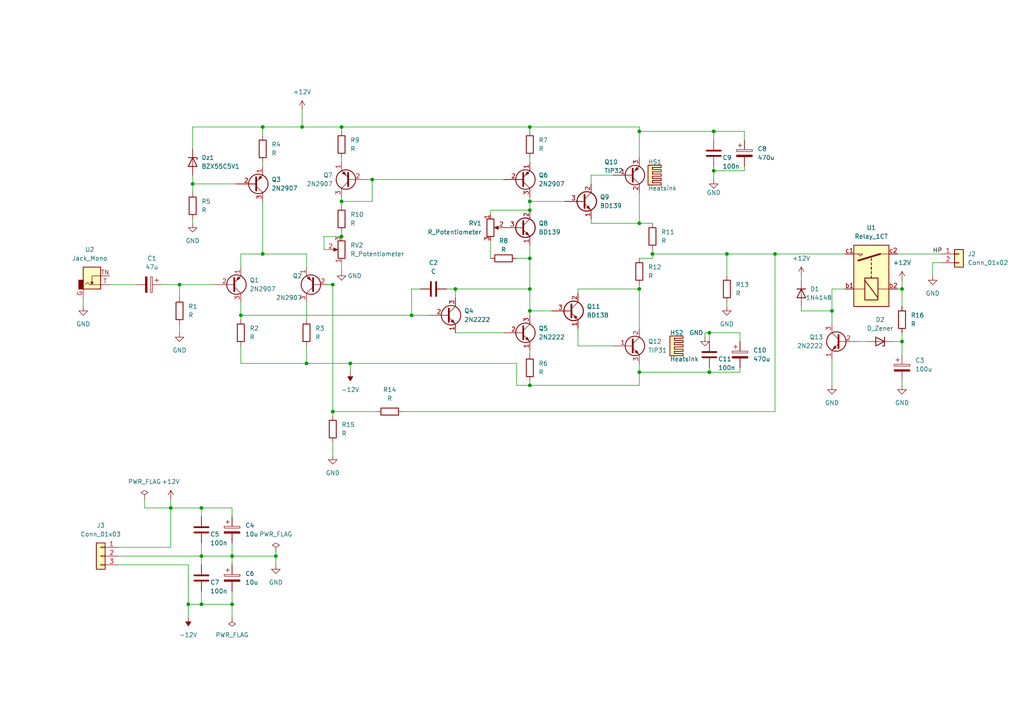
<source format=kicad_sch>
(kicad_sch (version 20211123) (generator eeschema)
  (paper "A4")
  (lib_symbols
    (symbol "CmpAmpliAudioTR:Jack_Mono" (pin_names (offset 1.016))
      (property "Reference" "U" (at 1.27 5.08 0))
      (property "Value" "Jack_Mono" (at 1.27 -8.89 0))
      (symbol "Jack_Mono_0_1"
        (polyline (pts (xy 2.54 0) (xy 0 0) (xy 0 -2.54)))
        (polyline (pts (xy 0 -2.413) (xy 0.381 -1.778) (xy -0.381 -1.778) (xy 0 -2.413)) (fill (type outline)))
        (polyline (pts (xy 2.54 -2.54) (xy -0.635 -2.54) (xy -1.27 -1.905) (xy -1.905 -2.54)))
      )
      (symbol "Jack_Mono_1_1"
        (rectangle (start -2.54 -3.81) (end -3.81 -1.27) (stroke (width 0.254)) (fill (type outline)))
        (rectangle (start 2.54 2.54) (end -2.54 -3.81) (stroke (width 0.254)) (fill (type background)))
        (pin passive line (at -2.54 -6.35 90) (length 2.54) (name "~") (number "G"))
        (pin passive line (at 5.08 -2.54 180) (length 2.54) (name "~") (number "T"))
        (pin passive line (at 5.08 0 180) (length 2.54) (name "~") (number "TN"))
      )
    )
    (symbol "CmpAmpliAudioTR:Relay_1CT" (pin_names (offset 1.016))
      (property "Reference" "U" (at -2.54 10.16 0))
      (property "Value" "Relay_1CT" (at 0 -11.43 0))
      (symbol "Relay_1CT_1_0"
        (polyline (pts (xy 5.08 3.81) (xy 5.08 5.08)))
        (polyline (pts (xy 5.08 3.81) (xy 5.08 2.54) (xy 4.445 3.175) (xy 5.08 3.81)))
      )
      (symbol "Relay_1CT_1_1"
        (rectangle (start -10.16 5.08) (end 7.62 -5.08) (stroke (width 0.254)) (fill (type background)))
        (rectangle (start -8.255 1.905) (end -1.905 -1.905) (stroke (width 0.254)))
        (polyline (pts (xy -7.62 -1.905) (xy -2.54 1.905)) (stroke (width 0.254)))
        (polyline (pts (xy -5.08 -5.08) (xy -5.08 -1.905)))
        (polyline (pts (xy -5.08 5.08) (xy -5.08 1.905)))
        (polyline (pts (xy -1.905 0) (xy -1.27 0)) (stroke (width 0.254)))
        (polyline (pts (xy -0.635 0) (xy 0 0)) (stroke (width 0.254)))
        (polyline (pts (xy 0.635 0) (xy 1.27 0)) (stroke (width 0.254)))
        (polyline (pts (xy 0.635 0) (xy 1.27 0)) (stroke (width 0.254)))
        (polyline (pts (xy 1.905 0) (xy 2.54 0)) (stroke (width 0.254)))
        (polyline (pts (xy 3.175 0) (xy 3.81 0)) (stroke (width 0.254)))
        (polyline (pts (xy 5.08 -2.54) (xy 3.175 3.81)) (stroke (width 0.508)))
        (polyline (pts (xy 5.08 -2.54) (xy 5.08 -5.08)))
        (pin passive line (at -5.08 7.62 270) (length 2.54) (name "~") (number "b1"))
        (pin passive line (at -5.08 -7.62 90) (length 2.54) (name "~") (number "b2"))
        (pin passive line (at 5.08 7.62 270) (length 2.54) (name "~") (number "c1"))
        (pin passive line (at 5.08 -7.62 90) (length 2.54) (name "~") (number "c2"))
      )
    )
    (symbol "Connector_Generic:Conn_01x02" (pin_names (offset 1.016) hide)
      (property "Reference" "J" (at 0 2.54 0))
      (property "Value" "Conn_01x02" (at 0 -5.08 0))
      (symbol "Conn_01x02_1_1"
        (rectangle (start -1.27 -2.413) (end 0 -2.667) (stroke (width 0.1524)))
        (rectangle (start -1.27 0.127) (end 0 -0.127) (stroke (width 0.1524)))
        (rectangle (start -1.27 1.27) (end 1.27 -3.81) (stroke (width 0.254)) (fill (type background)))
        (pin passive line (at -5.08 0 0) (length 3.81) (name "Pin_1") (number "1"))
        (pin passive line (at -5.08 -2.54 0) (length 3.81) (name "Pin_2") (number "2"))
      )
    )
    (symbol "Connector_Generic:Conn_01x03" (pin_names (offset 1.016) hide)
      (property "Reference" "J" (at 0 5.08 0))
      (property "Value" "Conn_01x03" (at 0 -5.08 0))
      (symbol "Conn_01x03_1_1"
        (rectangle (start -1.27 -2.413) (end 0 -2.667) (stroke (width 0.1524)))
        (rectangle (start -1.27 0.127) (end 0 -0.127) (stroke (width 0.1524)))
        (rectangle (start -1.27 2.667) (end 0 2.413) (stroke (width 0.1524)))
        (rectangle (start -1.27 3.81) (end 1.27 -3.81) (stroke (width 0.254)) (fill (type background)))
        (pin passive line (at -5.08 2.54 0) (length 3.81) (name "Pin_1") (number "1"))
        (pin passive line (at -5.08 0 0) (length 3.81) (name "Pin_2") (number "2"))
        (pin passive line (at -5.08 -2.54 0) (length 3.81) (name "Pin_3") (number "3"))
      )
    )
    (symbol "Device:C" (pin_numbers hide) (pin_names (offset 0.254))
      (property "Reference" "C" (at 0.635 2.54 0))
      (property "Value" "C" (at 0.635 -2.54 0))
      (symbol "C_0_1"
        (polyline (pts (xy -2.032 -0.762) (xy 2.032 -0.762)) (stroke (width 0.508)))
        (polyline (pts (xy -2.032 0.762) (xy 2.032 0.762)) (stroke (width 0.508)))
      )
      (symbol "C_1_1"
        (pin passive line (at 0 3.81 270) (length 2.794) (name "~") (number "1"))
        (pin passive line (at 0 -3.81 90) (length 2.794) (name "~") (number "2"))
      )
    )
    (symbol "Device:C_Polarized" (pin_numbers hide) (pin_names (offset 0.254))
      (property "Reference" "C" (at 0.635 2.54 0))
      (property "Value" "C_Polarized" (at 0.635 -2.54 0))
      (symbol "C_Polarized_0_1"
        (rectangle (start -2.286 0.508) (end 2.286 1.016))
        (polyline (pts (xy -1.778 2.286) (xy -0.762 2.286)))
        (polyline (pts (xy -1.27 2.794) (xy -1.27 1.778)))
        (rectangle (start 2.286 -0.508) (end -2.286 -1.016) (fill (type outline)))
      )
      (symbol "C_Polarized_1_1"
        (pin passive line (at 0 3.81 270) (length 2.794) (name "~") (number "1"))
        (pin passive line (at 0 -3.81 90) (length 2.794) (name "~") (number "2"))
      )
    )
    (symbol "Device:D_Zener" (pin_numbers hide) (pin_names (offset 1.016) hide)
      (property "Reference" "D" (at 0 2.54 0))
      (property "Value" "D_Zener" (at 0 -2.54 0))
      (symbol "D_Zener_0_1"
        (polyline (pts (xy 1.27 0) (xy -1.27 0)))
        (polyline (pts (xy -1.27 -1.27) (xy -1.27 1.27) (xy -0.762 1.27)) (stroke (width 0.254)))
        (polyline (pts (xy 1.27 -1.27) (xy 1.27 1.27) (xy -1.27 0) (xy 1.27 -1.27)) (stroke (width 0.254)))
      )
      (symbol "D_Zener_1_1"
        (pin passive line (at -3.81 0 0) (length 2.54) (name "K") (number "1"))
        (pin passive line (at 3.81 0 180) (length 2.54) (name "A") (number "2"))
      )
    )
    (symbol "Device:R" (pin_numbers hide) (pin_names (offset 0))
      (property "Reference" "R" (at 2.032 0 90))
      (property "Value" "R" (at 0 0 90))
      (symbol "R_0_1"
        (rectangle (start -1.016 -2.54) (end 1.016 2.54) (stroke (width 0.254)))
      )
      (symbol "R_1_1"
        (pin passive line (at 0 3.81 270) (length 1.27) (name "~") (number "1"))
        (pin passive line (at 0 -3.81 90) (length 1.27) (name "~") (number "2"))
      )
    )
    (symbol "Device:R_Potentiometer" (pin_names (offset 1.016) hide)
      (property "Reference" "RV" (at -4.445 0 90))
      (property "Value" "R_Potentiometer" (at -2.54 0 90))
      (symbol "R_Potentiometer_0_1"
        (polyline (pts (xy 2.54 0) (xy 1.524 0)))
        (polyline (pts (xy 1.143 0) (xy 2.286 0.508) (xy 2.286 -0.508) (xy 1.143 0)) (fill (type outline)))
        (rectangle (start 1.016 2.54) (end -1.016 -2.54) (stroke (width 0.254)))
      )
      (symbol "R_Potentiometer_1_1"
        (pin passive line (at 0 3.81 270) (length 1.27) (name "1") (number "1"))
        (pin passive line (at 3.81 0 180) (length 1.27) (name "2") (number "2"))
        (pin passive line (at 0 -3.81 90) (length 1.27) (name "3") (number "3"))
      )
    )
    (symbol "Diode:1N4148" (pin_numbers hide) (pin_names (offset 1.016) hide)
      (property "Reference" "D" (at 0 2.54 0))
      (property "Value" "1N4148" (at 0 -2.54 0))
      (symbol "1N4148_0_1"
        (polyline (pts (xy -1.27 1.27) (xy -1.27 -1.27)) (stroke (width 0.254)))
        (polyline (pts (xy 1.27 0) (xy -1.27 0)))
        (polyline (pts (xy 1.27 1.27) (xy 1.27 -1.27) (xy -1.27 0) (xy 1.27 1.27)) (stroke (width 0.254)))
      )
      (symbol "1N4148_1_1"
        (pin passive line (at -3.81 0 0) (length 2.54) (name "K") (number "1"))
        (pin passive line (at 3.81 0 180) (length 2.54) (name "A") (number "2"))
      )
    )
    (symbol "Mechanical:Heatsink" (pin_names (offset 1.016))
      (property "Reference" "HS" (at 0 5.08 0))
      (property "Value" "Heatsink" (at 0 -1.27 0))
      (symbol "Heatsink_0_1"
        (polyline (pts (xy -0.3302 1.27) (xy -0.9652 1.27) (xy -0.9652 3.81) (xy -1.6002 3.81) (xy -1.6002 1.27) (xy -2.2352 1.27) (xy -2.2352 3.81) (xy -2.8702 3.81) (xy -2.8702 0) (xy -0.9652 0)) (stroke (width 0.254)) (fill (type background)))
        (polyline (pts (xy -0.3302 1.27) (xy -0.3302 3.81) (xy 0.3048 3.81) (xy 0.3048 1.27) (xy 0.9398 1.27) (xy 0.9398 3.81) (xy 1.5748 3.81) (xy 1.5748 1.27) (xy 2.2098 1.27) (xy 2.2098 3.81) (xy 2.8448 3.81) (xy 2.8448 0) (xy -0.9652 0)) (stroke (width 0.254)) (fill (type background)))
      )
    )
    (symbol "Transistor_BJT:2N3904" (pin_names (offset 0) hide)
      (property "Reference" "Q" (at 5.08 1.905 0))
      (property "Value" "2N3904" (at 5.08 0 0))
      (symbol "2N3904_0_1"
        (polyline (pts (xy 0.635 0.635) (xy 2.54 2.54)))
        (polyline (pts (xy 0.635 -0.635) (xy 2.54 -2.54) (xy 2.54 -2.54)))
        (polyline (pts (xy 0.635 1.905) (xy 0.635 -1.905) (xy 0.635 -1.905)) (stroke (width 0.508)))
        (polyline (pts (xy 1.27 -1.778) (xy 1.778 -1.27) (xy 2.286 -2.286) (xy 1.27 -1.778) (xy 1.27 -1.778)) (fill (type outline)))
        (circle (center 1.27 0) (radius 2.8194) (stroke (width 0.254)))
      )
      (symbol "2N3904_1_1"
        (pin passive line (at 2.54 -5.08 90) (length 2.54) (name "E") (number "1"))
        (pin passive line (at -5.08 0 0) (length 5.715) (name "B") (number "2"))
        (pin passive line (at 2.54 5.08 270) (length 2.54) (name "C") (number "3"))
      )
    )
    (symbol "Transistor_BJT:2N3906" (pin_names (offset 0) hide)
      (property "Reference" "Q" (at 5.08 1.905 0))
      (property "Value" "2N3906" (at 5.08 0 0))
      (symbol "2N3906_0_1"
        (polyline (pts (xy 0.635 0.635) (xy 2.54 2.54)))
        (polyline (pts (xy 0.635 -0.635) (xy 2.54 -2.54) (xy 2.54 -2.54)))
        (polyline (pts (xy 0.635 1.905) (xy 0.635 -1.905) (xy 0.635 -1.905)) (stroke (width 0.508)))
        (polyline (pts (xy 2.286 -1.778) (xy 1.778 -2.286) (xy 1.27 -1.27) (xy 2.286 -1.778) (xy 2.286 -1.778)) (fill (type outline)))
        (circle (center 1.27 0) (radius 2.8194) (stroke (width 0.254)))
      )
      (symbol "2N3906_1_1"
        (pin passive line (at 2.54 -5.08 90) (length 2.54) (name "E") (number "1"))
        (pin input line (at -5.08 0 0) (length 5.715) (name "B") (number "2"))
        (pin passive line (at 2.54 5.08 270) (length 2.54) (name "C") (number "3"))
      )
    )
    (symbol "Transistor_BJT:BD138" (pin_names (offset 0) hide)
      (property "Reference" "Q" (at 5.08 1.905 0))
      (property "Value" "BD138" (at 5.08 0 0))
      (symbol "BD138_0_1"
        (polyline (pts (xy 0 0) (xy 0.635 0)))
        (polyline (pts (xy 2.54 -2.54) (xy 0.635 -0.635)))
        (polyline (pts (xy 2.54 2.54) (xy 0.635 0.635)))
        (polyline (pts (xy 0.635 1.905) (xy 0.635 -1.905) (xy 0.635 -1.905)) (stroke (width 0.508)) (fill (type outline)))
        (polyline (pts (xy 1.778 -2.286) (xy 2.286 -1.778) (xy 1.27 -1.27) (xy 1.778 -2.286) (xy 1.778 -2.286)) (fill (type outline)))
        (circle (center 1.27 0) (radius 2.8194) (stroke (width 0.3048)))
      )
      (symbol "BD138_1_1"
        (pin passive line (at 2.54 -5.08 90) (length 2.54) (name "E") (number "1"))
        (pin passive line (at 2.54 5.08 270) (length 2.54) (name "C") (number "2"))
        (pin input line (at -5.08 0 0) (length 5.08) (name "B") (number "3"))
      )
    )
    (symbol "Transistor_BJT:BD139" (pin_names (offset 0) hide)
      (property "Reference" "Q" (at 5.08 1.905 0))
      (property "Value" "BD139" (at 5.08 0 0))
      (symbol "BD139_0_1"
        (polyline (pts (xy 0 0) (xy 0.635 0)))
        (polyline (pts (xy 2.54 -2.54) (xy 0.635 -0.635)))
        (polyline (pts (xy 2.54 2.54) (xy 0.635 0.635)))
        (polyline (pts (xy 0.635 1.905) (xy 0.635 -1.905) (xy 0.635 -1.905)) (stroke (width 0.508)) (fill (type outline)))
        (polyline (pts (xy 1.2446 -1.778) (xy 1.7526 -1.27) (xy 2.286 -2.286) (xy 1.2446 -1.778) (xy 1.2446 -1.778)) (fill (type outline)))
        (circle (center 1.27 0) (radius 2.8194) (stroke (width 0.3048)))
      )
      (symbol "BD139_1_1"
        (pin passive line (at 2.54 -5.08 90) (length 2.54) (name "E") (number "1"))
        (pin passive line (at 2.54 5.08 270) (length 2.54) (name "C") (number "2"))
        (pin input line (at -5.08 0 0) (length 5.08) (name "B") (number "3"))
      )
    )
    (symbol "Transistor_BJT:TIP41" (pin_names (offset 0) hide)
      (property "Reference" "Q" (at 6.35 1.905 0))
      (property "Value" "TIP41" (at 6.35 0 0))
      (symbol "TIP41_0_1"
        (polyline (pts (xy 0.635 0.635) (xy 2.54 2.54)))
        (polyline (pts (xy 0.635 -0.635) (xy 2.54 -2.54) (xy 2.54 -2.54)))
        (polyline (pts (xy 0.635 1.905) (xy 0.635 -1.905) (xy 0.635 -1.905)) (stroke (width 0.508)))
        (polyline (pts (xy 1.27 -1.778) (xy 1.778 -1.27) (xy 2.286 -2.286) (xy 1.27 -1.778) (xy 1.27 -1.778)) (fill (type outline)))
        (circle (center 1.27 0) (radius 2.8194) (stroke (width 0.254)))
      )
      (symbol "TIP41_1_1"
        (pin input line (at -5.08 0 0) (length 5.715) (name "B") (number "1"))
        (pin passive line (at 2.54 5.08 270) (length 2.54) (name "C") (number "2"))
        (pin passive line (at 2.54 -5.08 90) (length 2.54) (name "E") (number "3"))
      )
    )
    (symbol "Transistor_BJT:TIP42" (pin_names (offset 0) hide)
      (property "Reference" "Q" (at 6.35 1.905 0))
      (property "Value" "TIP42" (at 6.35 0 0))
      (symbol "TIP42_0_1"
        (polyline (pts (xy 0.635 0.635) (xy 2.54 2.54)))
        (polyline (pts (xy 0.635 -0.635) (xy 2.54 -2.54) (xy 2.54 -2.54)))
        (polyline (pts (xy 0.635 1.905) (xy 0.635 -1.905) (xy 0.635 -1.905)) (stroke (width 0.508)))
        (polyline (pts (xy 2.286 -1.778) (xy 1.778 -2.286) (xy 1.27 -1.27) (xy 2.286 -1.778) (xy 2.286 -1.778)) (fill (type outline)))
        (circle (center 1.27 0) (radius 2.8194) (stroke (width 0.254)))
      )
      (symbol "TIP42_1_1"
        (pin input line (at -5.08 0 0) (length 5.715) (name "B") (number "1"))
        (pin passive line (at 2.54 5.08 270) (length 2.54) (name "C") (number "2"))
        (pin passive line (at 2.54 -5.08 90) (length 2.54) (name "E") (number "3"))
      )
    )
    (symbol "power:+12V" (power) (pin_names (offset 0))
      (property "Value" "+12V" (at 0 3.556 0))
      (symbol "+12V_0_1"
        (polyline (pts (xy -0.762 1.27) (xy 0 2.54)))
        (polyline (pts (xy 0 0) (xy 0 2.54)))
        (polyline (pts (xy 0 2.54) (xy 0.762 1.27)))
      )
      (symbol "+12V_1_1"
        (pin power_in line (at 0 0 90) (length 0) hide (name "+12V") (number "1"))
      )
    )
    (symbol "power:-12V" (power) (pin_names (offset 0))
      (property "Value" "-12V" (at 0 3.81 0))
      (symbol "-12V_0_0"
        (pin power_in line (at 0 0 90) (length 0) hide (name "-12V") (number "1"))
      )
      (symbol "-12V_0_1"
        (polyline (pts (xy 0 0) (xy 0 1.27) (xy 0.762 1.27) (xy 0 2.54) (xy -0.762 1.27) (xy 0 1.27)) (fill (type outline)))
      )
    )
    (symbol "power:GND" (power) (pin_names (offset 0))
      (property "Value" "GND" (at 0 -3.81 0))
      (symbol "GND_0_1"
        (polyline (pts (xy 0 0) (xy 0 -1.27) (xy 1.27 -1.27) (xy 0 -2.54) (xy -1.27 -1.27) (xy 0 -1.27)))
      )
      (symbol "GND_1_1"
        (pin power_in line (at 0 0 270) (length 0) hide (name "GND") (number "1"))
      )
    )
    (symbol "power:PWR_FLAG" (power) (pin_numbers hide) (pin_names (offset 0) hide)
      (property "Value" "PWR_FLAG" (at 0 3.81 0))
      (symbol "PWR_FLAG_0_0"
        (pin power_out line (at 0 0 90) (length 0) (name "pwr") (number "1"))
      )
      (symbol "PWR_FLAG_0_1"
        (polyline (pts (xy 0 0) (xy 0 1.27) (xy -1.016 1.905) (xy 0 2.54) (xy 1.016 1.905) (xy 0 1.27)))
      )
    )
  )
  (junction (at 101.6 105.41))
  (junction (at 88.9 105.41))
  (junction (at 207.01 49.53))
  (junction (at 96.52 82.55))
  (junction (at 189.23 73.66))
  (junction (at 80.01 161.29))
  (junction (at 54.61 175.26))
  (junction (at 261.62 99.06))
  (junction (at 153.67 90.17))
  (junction (at 58.42 175.26))
  (junction (at 185.42 83.82))
  (junction (at 153.67 83.82))
  (junction (at 153.67 60.96))
  (junction (at 205.74 107.95))
  (junction (at 153.67 58.42))
  (junction (at 67.31 161.29))
  (junction (at 185.42 107.95))
  (junction (at 69.85 91.44))
  (junction (at 185.42 38.1))
  (junction (at 76.2 73.66))
  (junction (at 55.88 53.34))
  (junction (at 261.62 83.82))
  (junction (at 96.52 119.38))
  (junction (at 185.42 64.77))
  (junction (at 99.06 36.83))
  (junction (at 76.2 36.83))
  (junction (at 207.01 38.1))
  (junction (at 132.08 83.82))
  (junction (at 58.42 161.29))
  (junction (at 205.74 96.52))
  (junction (at 107.95 52.07))
  (junction (at 67.31 175.26))
  (junction (at 119.38 91.44))
  (junction (at 52.07 82.55))
  (junction (at 99.06 68.58))
  (junction (at 99.06 58.42))
  (junction (at 210.82 73.66))
  (junction (at 153.67 111.76))
  (junction (at 153.67 74.93))
  (junction (at 49.53 147.32))
  (junction (at 241.3 90.17))
  (junction (at 58.42 147.32))
  (junction (at 224.79 73.66))
  (junction (at 87.63 36.83))
  (junction (at 153.67 36.83))
  (wire (pts (xy 232.41 80.01) (xy 232.41 81.28)))
  (wire (pts (xy 210.82 87.63) (xy 210.82 88.9)))
  (wire (pts (xy 261.62 110.49) (xy 261.62 111.76)))
  (wire (pts (xy 80.01 161.29) (xy 80.01 160.02)))
  (wire (pts (xy 49.53 147.32) (xy 49.53 158.75)))
  (wire (pts (xy 205.74 107.95) (xy 185.42 107.95)))
  (wire (pts (xy 261.62 81.28) (xy 261.62 83.82)))
  (wire (pts (xy 207.01 49.53) (xy 207.01 52.07)))
  (wire (pts (xy 207.01 49.53) (xy 215.9 49.53)))
  (wire (pts (xy 69.85 105.41) (xy 88.9 105.41)))
  (wire (pts (xy 55.88 63.5) (xy 55.88 64.77)))
  (wire (pts (xy 177.8 50.8) (xy 171.45 50.8)))
  (wire (pts (xy 54.61 175.26) (xy 58.42 175.26)))
  (wire (pts (xy 106.68 52.07) (xy 107.95 52.07)))
  (wire (pts (xy 58.42 161.29) (xy 58.42 163.83)))
  (wire (pts (xy 129.54 83.82) (xy 132.08 83.82)))
  (wire (pts (xy 251.46 99.06) (xy 248.92 99.06)))
  (wire (pts (xy 207.01 38.1) (xy 207.01 40.64)))
  (wire (pts (xy 67.31 147.32) (xy 58.42 147.32)))
  (wire (pts (xy 76.2 46.99) (xy 76.2 48.26)))
  (wire (pts (xy 185.42 83.82) (xy 185.42 95.25)))
  (wire (pts (xy 167.64 100.33) (xy 177.8 100.33)))
  (wire (pts (xy 241.3 104.14) (xy 241.3 111.76)))
  (wire (pts (xy 109.22 119.38) (xy 96.52 119.38)))
  (wire (pts (xy 214.63 99.06) (xy 214.63 96.52)))
  (wire (pts (xy 119.38 83.82) (xy 119.38 91.44)))
  (wire (pts (xy 224.79 73.66) (xy 224.79 119.38)))
  (wire (pts (xy 153.67 38.1) (xy 153.67 36.83)))
  (wire (pts (xy 224.79 73.66) (xy 210.82 73.66)))
  (wire (pts (xy 58.42 147.32) (xy 58.42 149.86)))
  (wire (pts (xy 204.47 96.52) (xy 205.74 96.52)))
  (wire (pts (xy 55.88 36.83) (xy 55.88 43.18)))
  (wire (pts (xy 215.9 40.64) (xy 215.9 38.1)))
  (wire (pts (xy 167.64 100.33) (xy 167.64 95.25)))
  (wire (pts (xy 153.67 101.6) (xy 153.67 102.87)))
  (wire (pts (xy 99.06 45.72) (xy 99.06 46.99)))
  (wire (pts (xy 185.42 64.77) (xy 189.23 64.77)))
  (wire (pts (xy 62.23 82.55) (xy 52.07 82.55)))
  (wire (pts (xy 58.42 157.48) (xy 58.42 161.29)))
  (wire (pts (xy 69.85 87.63) (xy 69.85 91.44)))
  (wire (pts (xy 67.31 179.07) (xy 67.31 175.26)))
  (wire (pts (xy 261.62 102.87) (xy 261.62 99.06)))
  (wire (pts (xy 93.98 82.55) (xy 96.52 82.55)))
  (wire (pts (xy 171.45 50.8) (xy 171.45 53.34)))
  (wire (pts (xy 261.62 83.82) (xy 260.35 83.82)))
  (wire (pts (xy 153.67 74.93) (xy 153.67 83.82)))
  (wire (pts (xy 207.01 48.26) (xy 207.01 49.53)))
  (wire (pts (xy 55.88 50.8) (xy 55.88 53.34)))
  (wire (pts (xy 88.9 105.41) (xy 88.9 100.33)))
  (wire (pts (xy 96.52 82.55) (xy 96.52 119.38)))
  (wire (pts (xy 261.62 99.06) (xy 259.08 99.06)))
  (wire (pts (xy 67.31 171.45) (xy 67.31 175.26)))
  (wire (pts (xy 153.67 110.49) (xy 153.67 111.76)))
  (wire (pts (xy 171.45 64.77) (xy 185.42 64.77)))
  (wire (pts (xy 52.07 86.36) (xy 52.07 82.55)))
  (wire (pts (xy 121.92 83.82) (xy 119.38 83.82)))
  (wire (pts (xy 101.6 105.41) (xy 88.9 105.41)))
  (wire (pts (xy 49.53 158.75) (xy 34.29 158.75)))
  (wire (pts (xy 69.85 91.44) (xy 69.85 92.71)))
  (wire (pts (xy 99.06 78.74) (xy 99.06 76.2)))
  (wire (pts (xy 215.9 38.1) (xy 207.01 38.1)))
  (wire (pts (xy 58.42 175.26) (xy 58.42 171.45)))
  (wire (pts (xy 270.51 76.2) (xy 270.51 80.01)))
  (wire (pts (xy 96.52 119.38) (xy 96.52 120.65)))
  (wire (pts (xy 185.42 55.88) (xy 185.42 64.77)))
  (wire (pts (xy 204.47 97.79) (xy 204.47 96.52)))
  (wire (pts (xy 149.86 105.41) (xy 101.6 105.41)))
  (wire (pts (xy 55.88 36.83) (xy 76.2 36.83)))
  (wire (pts (xy 41.91 147.32) (xy 41.91 144.78)))
  (wire (pts (xy 185.42 107.95) (xy 185.42 111.76)))
  (wire (pts (xy 210.82 73.66) (xy 210.82 80.01)))
  (wire (pts (xy 261.62 88.9) (xy 261.62 83.82)))
  (wire (pts (xy 93.98 72.39) (xy 93.98 68.58)))
  (wire (pts (xy 132.08 96.52) (xy 146.05 96.52)))
  (wire (pts (xy 76.2 73.66) (xy 69.85 73.66)))
  (wire (pts (xy 142.24 69.85) (xy 142.24 74.93)))
  (wire (pts (xy 205.74 106.68) (xy 205.74 107.95)))
  (wire (pts (xy 160.02 90.17) (xy 153.67 90.17)))
  (wire (pts (xy 67.31 157.48) (xy 67.31 161.29)))
  (wire (pts (xy 241.3 83.82) (xy 245.11 83.82)))
  (wire (pts (xy 39.37 82.55) (xy 31.75 82.55)))
  (wire (pts (xy 52.07 82.55) (xy 46.99 82.55)))
  (wire (pts (xy 185.42 38.1) (xy 185.42 45.72)))
  (wire (pts (xy 153.67 57.15) (xy 153.67 58.42)))
  (wire (pts (xy 67.31 161.29) (xy 58.42 161.29)))
  (wire (pts (xy 80.01 161.29) (xy 67.31 161.29)))
  (wire (pts (xy 107.95 58.42) (xy 99.06 58.42)))
  (wire (pts (xy 171.45 63.5) (xy 171.45 64.77)))
  (wire (pts (xy 88.9 87.63) (xy 88.9 92.71)))
  (wire (pts (xy 185.42 82.55) (xy 185.42 83.82)))
  (wire (pts (xy 153.67 71.12) (xy 153.67 74.93)))
  (wire (pts (xy 153.67 45.72) (xy 153.67 46.99)))
  (wire (pts (xy 149.86 74.93) (xy 153.67 74.93)))
  (wire (pts (xy 69.85 100.33) (xy 69.85 105.41)))
  (wire (pts (xy 185.42 36.83) (xy 153.67 36.83)))
  (wire (pts (xy 167.64 85.09) (xy 167.64 83.82)))
  (wire (pts (xy 34.29 161.29) (xy 58.42 161.29)))
  (wire (pts (xy 107.95 52.07) (xy 146.05 52.07)))
  (wire (pts (xy 58.42 147.32) (xy 49.53 147.32)))
  (wire (pts (xy 214.63 107.95) (xy 214.63 106.68)))
  (wire (pts (xy 215.9 49.53) (xy 215.9 48.26)))
  (wire (pts (xy 214.63 96.52) (xy 205.74 96.52)))
  (wire (pts (xy 87.63 31.75) (xy 87.63 36.83)))
  (wire (pts (xy 185.42 74.93) (xy 189.23 74.93)))
  (wire (pts (xy 245.11 73.66) (xy 224.79 73.66)))
  (wire (pts (xy 153.67 58.42) (xy 153.67 60.96)))
  (wire (pts (xy 107.95 52.07) (xy 107.95 58.42)))
  (wire (pts (xy 99.06 36.83) (xy 153.67 36.83)))
  (wire (pts (xy 69.85 73.66) (xy 69.85 77.47)))
  (wire (pts (xy 232.41 90.17) (xy 232.41 88.9)))
  (wire (pts (xy 185.42 105.41) (xy 185.42 107.95)))
  (wire (pts (xy 149.86 105.41) (xy 149.86 111.76)))
  (wire (pts (xy 101.6 107.95) (xy 101.6 105.41)))
  (wire (pts (xy 76.2 58.42) (xy 76.2 73.66)))
  (wire (pts (xy 153.67 83.82) (xy 132.08 83.82)))
  (wire (pts (xy 241.3 90.17) (xy 232.41 90.17)))
  (wire (pts (xy 153.67 83.82) (xy 153.67 90.17)))
  (wire (pts (xy 34.29 163.83) (xy 54.61 163.83)))
  (wire (pts (xy 153.67 90.17) (xy 153.67 91.44)))
  (wire (pts (xy 205.74 107.95) (xy 214.63 107.95)))
  (wire (pts (xy 76.2 73.66) (xy 88.9 73.66)))
  (wire (pts (xy 87.63 36.83) (xy 99.06 36.83)))
  (wire (pts (xy 99.06 58.42) (xy 99.06 57.15)))
  (wire (pts (xy 93.98 68.58) (xy 99.06 68.58)))
  (wire (pts (xy 241.3 93.98) (xy 241.3 90.17)))
  (wire (pts (xy 185.42 38.1) (xy 185.42 36.83)))
  (wire (pts (xy 99.06 67.31) (xy 99.06 68.58)))
  (wire (pts (xy 68.58 53.34) (xy 55.88 53.34)))
  (wire (pts (xy 153.67 111.76) (xy 149.86 111.76)))
  (wire (pts (xy 80.01 163.83) (xy 80.01 161.29)))
  (wire (pts (xy 132.08 83.82) (xy 132.08 86.36)))
  (wire (pts (xy 95.25 72.39) (xy 93.98 72.39)))
  (wire (pts (xy 189.23 73.66) (xy 210.82 73.66)))
  (wire (pts (xy 49.53 147.32) (xy 41.91 147.32)))
  (wire (pts (xy 189.23 74.93) (xy 189.23 73.66)))
  (wire (pts (xy 142.24 62.23) (xy 142.24 60.96)))
  (wire (pts (xy 241.3 83.82) (xy 241.3 90.17)))
  (wire (pts (xy 167.64 83.82) (xy 185.42 83.82)))
  (wire (pts (xy 67.31 175.26) (xy 58.42 175.26)))
  (wire (pts (xy 54.61 163.83) (xy 54.61 175.26)))
  (wire (pts (xy 24.13 86.36) (xy 24.13 88.9)))
  (wire (pts (xy 99.06 38.1) (xy 99.06 36.83)))
  (wire (pts (xy 189.23 72.39) (xy 189.23 73.66)))
  (wire (pts (xy 261.62 96.52) (xy 261.62 99.06)))
  (wire (pts (xy 88.9 73.66) (xy 88.9 77.47)))
  (wire (pts (xy 99.06 59.69) (xy 99.06 58.42)))
  (wire (pts (xy 142.24 60.96) (xy 153.67 60.96)))
  (wire (pts (xy 273.05 76.2) (xy 270.51 76.2)))
  (wire (pts (xy 116.84 119.38) (xy 224.79 119.38)))
  (wire (pts (xy 207.01 38.1) (xy 185.42 38.1)))
  (wire (pts (xy 55.88 53.34) (xy 55.88 55.88)))
  (wire (pts (xy 67.31 163.83) (xy 67.31 161.29)))
  (wire (pts (xy 163.83 58.42) (xy 153.67 58.42)))
  (wire (pts (xy 119.38 91.44) (xy 69.85 91.44)))
  (wire (pts (xy 76.2 36.83) (xy 76.2 39.37)))
  (wire (pts (xy 205.74 96.52) (xy 205.74 99.06)))
  (wire (pts (xy 153.67 111.76) (xy 185.42 111.76)))
  (wire (pts (xy 54.61 179.07) (xy 54.61 175.26)))
  (wire (pts (xy 49.53 147.32) (xy 49.53 144.78)))
  (wire (pts (xy 96.52 128.27) (xy 96.52 132.08)))
  (wire (pts (xy 76.2 36.83) (xy 87.63 36.83)))
  (wire (pts (xy 124.46 91.44) (xy 119.38 91.44)))
  (wire (pts (xy 67.31 149.86) (xy 67.31 147.32)))
  (wire (pts (xy 273.05 73.66) (xy 260.35 73.66)))
  (wire (pts (xy 52.07 96.52) (xy 52.07 93.98)))
  (label "HP" (at 270.51 73.66 0))
  (symbol (lib_id "power:GND") (at 80.01 163.83 0) (unit 1)
    (property "Reference" "#PWR0117" (effects hide))
    (property "Value" "GND" (at 80.01 168.91 0))
  )
  (symbol (lib_id "Transistor_BJT:2N3906") (at 91.44 82.55 180) (unit 1)
    (property "Reference" "Q2" (at 87.63 80.01 0) (effects (justify left)))
    (property "Value" "2N2907" (at 87.63 86.36 0) (effects (justify left)))
    (property "Footprint" "Package_TO_SOT_THT:TO-18-3" (effects hide))
    (property "Datasheet" "https://www.onsemi.com/pub/Collateral/2N3906-D.PDF" (effects hide))
  )
  (symbol (lib_id "Device:C") (at 58.42 167.64 0) (unit 1)
    (property "Reference" "C7" (at 60.96 168.91 0) (effects (justify left)))
    (property "Value" "100n" (at 60.96 171.45 0) (effects (justify left)))
    (property "Footprint" "Capacitor_THT:C_Rect_L7.2mm_W3.5mm_P5.00mm_FKS2_FKP2_MKS2_MKP2" (effects hide))
  )
  (symbol (lib_id "Device:C_Polarized") (at 215.9 44.45 0) (unit 1)
    (property "Reference" "C8" (at 219.71 43.18 0) (effects (justify left)))
    (property "Value" "470u" (at 219.71 45.72 0) (effects (justify left)))
    (property "Footprint" "Capacitor_THT:CP_Radial_D12.5mm_P5.00mm" (effects hide))
  )
  (symbol (lib_id "power:GND") (at 210.82 88.9 0) (unit 1)
    (property "Reference" "#PWR0104" (effects hide))
    (property "Value" "GND" (at 210.82 93.98 0))
  )
  (symbol (lib_id "Device:R") (at 96.52 124.46 0) (unit 1)
    (property "Reference" "R15" (at 99.06 123.1899 0) (effects (justify left)))
    (property "Value" "R" (at 99.06 125.7299 0) (effects (justify left)))
    (property "Footprint" "Resistor_THT:R_Axial_DIN0207_L6.3mm_D2.5mm_P10.16mm_Horizontal" (effects hide))
  )
  (symbol (lib_id "power:GND") (at 270.51 80.01 0) (unit 1)
    (property "Reference" "#PWR0108" (effects hide))
    (property "Value" "GND" (at 270.51 85.09 0))
  )
  (symbol (lib_id "Device:R") (at 153.67 106.68 0) (unit 1)
    (property "Reference" "R6" (at 156.21 105.4099 0) (effects (justify left)))
    (property "Value" "R" (at 156.21 107.9499 0) (effects (justify left)))
    (property "Footprint" "Resistor_THT:R_Axial_DIN0207_L6.3mm_D2.5mm_P10.16mm_Horizontal" (effects hide))
  )
  (symbol (lib_id "Device:R_Potentiometer") (at 142.24 66.04 0) (unit 1)
    (property "Reference" "RV1" (at 139.7 64.7699 0) (effects (justify right)))
    (property "Value" "R_Potentiometer" (at 139.7 67.3099 0) (effects (justify right)))
    (property "Footprint" "Potentiometer_THT:Potentiometer_Bourns_3296W_Vertical" (effects hide))
  )
  (symbol (lib_id "Device:C_Polarized") (at 67.31 167.64 0) (unit 1)
    (property "Reference" "C6" (at 71.12 166.37 0) (effects (justify left)))
    (property "Value" "10u" (at 71.12 168.91 0) (effects (justify left)))
    (property "Footprint" "Capacitor_THT:CP_Radial_D8.0mm_P5.00mm" (effects hide))
  )
  (symbol (lib_id "Device:C_Polarized") (at 214.63 102.87 0) (unit 1)
    (property "Reference" "C10" (at 218.44 101.6 0) (effects (justify left)))
    (property "Value" "470u" (at 218.44 104.14 0) (effects (justify left)))
    (property "Footprint" "Capacitor_THT:CP_Radial_D12.5mm_P5.00mm" (effects hide))
  )
  (symbol (lib_id "power:GND") (at 207.01 52.07 0) (unit 1)
    (property "Reference" "#PWR0101" (effects hide))
    (property "Value" "GND" (at 207.01 55.88 0))
  )
  (symbol (lib_id "Connector_Generic:Conn_01x03") (at 29.21 161.29 0) (mirror y) (unit 1)
    (property "Reference" "J3" (at 29.21 152.4 0))
    (property "Value" "Conn_01x03" (at 29.21 154.94 0))
    (property "Footprint" "Connector_Phoenix_MSTB:PhoenixContact_MSTBVA_2,5_3-G-5,08_1x03_P5.08mm_Vertical" (effects hide))
  )
  (symbol (lib_id "Device:R") (at 210.82 83.82 0) (unit 1)
    (property "Reference" "R13" (at 213.36 82.5499 0) (effects (justify left)))
    (property "Value" "R" (at 213.36 85.0899 0) (effects (justify left)))
    (property "Footprint" "Resistor_THT:R_Axial_DIN0207_L6.3mm_D2.5mm_P10.16mm_Horizontal" (effects hide))
  )
  (symbol (lib_id "Mechanical:Heatsink") (at 187.96 50.8 270) (unit 1)
    (property "Reference" "HS1" (at 187.96 46.99 90) (effects (justify left)))
    (property "Value" "Heatsink" (at 187.96 54.61 90) (effects (justify left)))
    (property "Footprint" "Heatsink:Heatsink_Fischer_SK104-STC-STIC_35x13mm_2xDrill2.5mm" (effects hide))
  )
  (symbol (lib_id "Transistor_BJT:TIP42") (at 182.88 50.8 0) (mirror x) (unit 1)
    (property "Reference" "Q10" (at 175.26 46.99 0) (effects (justify left)))
    (property "Value" "TIP32" (at 175.26 49.53 0) (effects (justify left)))
    (property "Footprint" "Package_TO_SOT_THT:TO-220-3_Vertical" (effects hide))
    (property "Datasheet" "https://www.centralsemi.com/get_document.php?cmp=1&mergetype=pd&mergepath=pd&pdf_id=TIP42.PDF" (effects hide))
  )
  (symbol (lib_id "power:+12V") (at 232.41 80.01 0) (unit 1)
    (property "Reference" "#PWR0105" (effects hide))
    (property "Value" "+12V" (at 232.41 74.93 0))
  )
  (symbol (lib_id "Device:R") (at 185.42 78.74 0) (unit 1)
    (property "Reference" "R12" (at 187.96 77.4699 0) (effects (justify left)))
    (property "Value" "R" (at 187.96 80.0099 0) (effects (justify left)))
    (property "Footprint" "R_Axial_DIN0516_L15.5mm_D5.0mm_P20.32mm_Horizontal" (effects hide))
  )
  (symbol (lib_id "power:GND") (at 55.88 64.77 0) (unit 1)
    (property "Reference" "#PWR0102" (effects hide))
    (property "Value" "GND" (at 55.88 69.85 0))
  )
  (symbol (lib_id "Device:R") (at 99.06 41.91 0) (unit 1)
    (property "Reference" "R9" (at 101.6 40.6399 0) (effects (justify left)))
    (property "Value" "R" (at 101.6 43.1799 0) (effects (justify left)))
    (property "Footprint" "Resistor_THT:R_Axial_DIN0207_L6.3mm_D2.5mm_P10.16mm_Horizontal" (effects hide))
  )
  (symbol (lib_id "power:+12V") (at 261.62 81.28 0) (unit 1)
    (property "Reference" "#PWR0109" (effects hide))
    (property "Value" "+12V" (at 261.62 76.2 0))
  )
  (symbol (lib_id "Device:D_Zener") (at 255.27 99.06 180) (unit 1)
    (property "Reference" "D2" (at 255.27 92.71 0))
    (property "Value" "D_Zener" (at 255.27 95.25 0))
    (property "Footprint" "Diode_THT:D_DO-35_SOD27_P10.16mm_Horizontal" (effects hide))
  )
  (symbol (lib_id "power:PWR_FLAG") (at 41.91 144.78 0) (unit 1)
    (property "Reference" "#FLG0103" (effects hide))
    (property "Value" "PWR_FLAG" (at 41.91 139.7 0))
  )
  (symbol (lib_id "Device:R_Potentiometer") (at 99.06 72.39 180) (unit 1)
    (property "Reference" "RV2" (at 101.6 71.1199 0) (effects (justify right)))
    (property "Value" "R_Potentiometer" (at 101.6 73.6599 0) (effects (justify right)))
    (property "Footprint" "Potentiometer_THT:Potentiometer_Bourns_3296W_Vertical" (effects hide))
  )
  (symbol (lib_id "Transistor_BJT:2N3906") (at 101.6 52.07 180) (unit 1)
    (property "Reference" "Q7" (at 96.52 50.7999 0) (effects (justify left)))
    (property "Value" "2N2907" (at 96.52 53.3399 0) (effects (justify left)))
    (property "Footprint" "Package_TO_SOT_THT:TO-18-3" (effects hide))
    (property "Datasheet" "https://www.onsemi.com/pub/Collateral/2N3906-D.PDF" (effects hide))
  )
  (symbol (lib_id "Diode:1N4148") (at 232.41 85.09 270) (unit 1)
    (property "Reference" "D1" (at 234.95 83.8199 90) (effects (justify left)))
    (property "Value" "1N4148" (at 233.68 86.3599 90) (effects (justify left)))
    (property "Footprint" "Diode_THT:D_DO-35_SOD27_P7.62mm_Horizontal" (effects hide))
    (property "Datasheet" "https://assets.nexperia.com/documents/data-sheet/1N4148_1N4448.pdf" (effects hide))
  )
  (symbol (lib_id "Transistor_BJT:2N3904") (at 129.54 91.44 0) (unit 1)
    (property "Reference" "Q4" (at 134.62 90.1699 0) (effects (justify left)))
    (property "Value" "2N2222" (at 134.62 92.7099 0) (effects (justify left)))
    (property "Footprint" "Package_TO_SOT_THT:TO-18-3" (effects hide))
    (property "Datasheet" "https://www.onsemi.com/pub/Collateral/2N3903-D.PDF" (effects hide))
  )
  (symbol (lib_id "Transistor_BJT:BD139") (at 151.13 66.04 0) (unit 1)
    (property "Reference" "Q8" (at 156.21 64.7699 0) (effects (justify left)))
    (property "Value" "BD139" (at 156.21 67.3099 0) (effects (justify left)))
    (property "Footprint" "Package_TO_SOT_THT:TO-126-3_Vertical" (effects hide))
    (property "Datasheet" "http://www.st.com/internet/com/TECHNICAL_RESOURCES/TECHNICAL_LITERATURE/DATASHEET/CD00001225.pdf" (effects hide))
  )
  (symbol (lib_id "power:-12V") (at 54.61 179.07 0) (mirror x) (unit 1)
    (property "Reference" "#PWR0116" (effects hide))
    (property "Value" "-12V" (at 54.61 184.15 0))
  )
  (symbol (lib_id "Transistor_BJT:2N3904") (at 243.84 99.06 0) (mirror y) (unit 1)
    (property "Reference" "Q13" (at 238.76 97.7899 0) (effects (justify left)))
    (property "Value" "2N2222" (at 238.76 100.3299 0) (effects (justify left)))
    (property "Footprint" "Package_TO_SOT_THT:TO-18-3" (effects hide))
    (property "Datasheet" "https://www.onsemi.com/pub/Collateral/2N3903-D.PDF" (effects hide))
  )
  (symbol (lib_id "Device:R") (at 153.67 41.91 0) (unit 1)
    (property "Reference" "R7" (at 156.21 40.6399 0) (effects (justify left)))
    (property "Value" "R" (at 156.21 43.1799 0) (effects (justify left)))
    (property "Footprint" "Resistor_THT:R_Axial_DIN0207_L6.3mm_D2.5mm_P10.16mm_Horizontal" (effects hide))
  )
  (symbol (lib_id "Mechanical:Heatsink") (at 194.31 100.33 270) (unit 1)
    (property "Reference" "HS2" (at 194.31 96.52 90) (effects (justify left)))
    (property "Value" "Heatsink" (at 194.31 104.14 90) (effects (justify left)))
    (property "Footprint" "Heatsink:Heatsink_Fischer_SK104-STC-STIC_35x13mm_2xDrill2.5mm" (effects hide))
  )
  (symbol (lib_id "Device:R") (at 88.9 96.52 0) (unit 1)
    (property "Reference" "R3" (at 91.44 95.2499 0) (effects (justify left)))
    (property "Value" "R" (at 91.44 97.7899 0) (effects (justify left)))
    (property "Footprint" "Resistor_THT:R_Axial_DIN0207_L6.3mm_D2.5mm_P10.16mm_Horizontal" (effects hide))
  )
  (symbol (lib_id "Device:C") (at 58.42 153.67 0) (unit 1)
    (property "Reference" "C5" (at 60.96 154.94 0) (effects (justify left)))
    (property "Value" "100n" (at 60.96 157.48 0) (effects (justify left)))
    (property "Footprint" "Capacitor_THT:C_Rect_L7.2mm_W3.5mm_P5.00mm_FKS2_FKP2_MKS2_MKP2" (effects hide))
  )
  (symbol (lib_id "Device:C_Polarized") (at 67.31 153.67 0) (unit 1)
    (property "Reference" "C4" (at 71.12 152.4 0) (effects (justify left)))
    (property "Value" "10u" (at 71.12 154.94 0) (effects (justify left)))
    (property "Footprint" "Capacitor_THT:CP_Radial_D8.0mm_P5.00mm" (effects hide))
  )
  (symbol (lib_id "Device:C_Polarized") (at 261.62 106.68 0) (unit 1)
    (property "Reference" "C3" (at 265.43 104.5209 0) (effects (justify left)))
    (property "Value" "100u" (at 265.43 107.0609 0) (effects (justify left)))
    (property "Footprint" "Capacitor_THT:CP_Radial_D12.5mm_P5.00mm" (effects hide))
  )
  (symbol (lib_id "Transistor_BJT:2N3906") (at 67.31 82.55 0) (mirror x) (unit 1)
    (property "Reference" "Q1" (at 72.39 81.2799 0) (effects (justify left)))
    (property "Value" "2N2907" (at 72.39 83.8199 0) (effects (justify left)))
    (property "Footprint" "Package_TO_SOT_THT:TO-18-3" (effects hide))
    (property "Datasheet" "https://www.onsemi.com/pub/Collateral/2N3906-D.PDF" (effects hide))
  )
  (symbol (lib_id "power:PWR_FLAG") (at 80.01 160.02 0) (unit 1)
    (property "Reference" "#FLG0102" (effects hide))
    (property "Value" "PWR_FLAG" (at 80.01 154.94 0))
  )
  (symbol (lib_id "power:+12V") (at 87.63 31.75 0) (unit 1)
    (property "Reference" "#PWR0115" (effects hide))
    (property "Value" "+12V" (at 87.63 26.67 0))
  )
  (symbol (lib_id "power:+12V") (at 49.53 144.78 0) (unit 1)
    (property "Reference" "#PWR0118" (effects hide))
    (property "Value" "+12V" (at 49.53 139.7 0))
  )
  (symbol (lib_id "Device:R") (at 55.88 59.69 0) (unit 1)
    (property "Reference" "R5" (at 58.42 58.4199 0) (effects (justify left)))
    (property "Value" "R" (at 58.42 60.9599 0) (effects (justify left)))
    (property "Footprint" "Resistor_THT:R_Axial_DIN0207_L6.3mm_D2.5mm_P10.16mm_Horizontal" (effects hide))
  )
  (symbol (lib_id "power:GND") (at 24.13 88.9 0) (unit 1)
    (property "Reference" "#PWR0111" (effects hide))
    (property "Value" "GND" (at 24.13 93.98 0))
  )
  (symbol (lib_id "Transistor_BJT:2N3906") (at 151.13 52.07 0) (mirror x) (unit 1)
    (property "Reference" "Q6" (at 156.21 50.7999 0) (effects (justify left)))
    (property "Value" "2N2907" (at 156.21 53.3399 0) (effects (justify left)))
    (property "Footprint" "Package_TO_SOT_THT:TO-18-3" (effects hide))
    (property "Datasheet" "https://www.onsemi.com/pub/Collateral/2N3906-D.PDF" (effects hide))
  )
  (symbol (lib_id "Device:R") (at 261.62 92.71 0) (unit 1)
    (property "Reference" "R16" (at 264.16 91.4399 0) (effects (justify left)))
    (property "Value" "R" (at 264.16 93.9799 0) (effects (justify left)))
    (property "Footprint" "Resistor_THT:R_Axial_DIN0207_L6.3mm_D2.5mm_P10.16mm_Horizontal" (effects hide))
  )
  (symbol (lib_id "power:GND") (at 52.07 96.52 0) (unit 1)
    (property "Reference" "#PWR0110" (effects hide))
    (property "Value" "GND" (at 52.07 101.6 0))
  )
  (symbol (lib_id "Device:C") (at 205.74 102.87 0) (unit 1)
    (property "Reference" "C11" (at 208.28 104.14 0) (effects (justify left)))
    (property "Value" "100n" (at 208.28 106.68 0) (effects (justify left)))
    (property "Footprint" "Capacitor_THT:C_Rect_L7.2mm_W3.5mm_P5.00mm_FKS2_FKP2_MKS2_MKP2" (effects hide))
  )
  (symbol (lib_id "Transistor_BJT:BD139") (at 168.91 58.42 0) (unit 1)
    (property "Reference" "Q9" (at 173.99 57.1499 0) (effects (justify left)))
    (property "Value" "BD139" (at 173.99 59.6899 0) (effects (justify left)))
    (property "Footprint" "Package_TO_SOT_THT:TO-126-3_Vertical" (effects hide))
    (property "Datasheet" "http://www.st.com/internet/com/TECHNICAL_RESOURCES/TECHNICAL_LITERATURE/DATASHEET/CD00001225.pdf" (effects hide))
  )
  (symbol (lib_id "power:PWR_FLAG") (at 67.31 179.07 0) (mirror x) (unit 1)
    (property "Reference" "#FLG0101" (effects hide))
    (property "Value" "PWR_FLAG" (at 67.31 184.15 0))
  )
  (symbol (lib_id "Device:D_Zener") (at 55.88 46.99 270) (unit 1)
    (property "Reference" "Dz1" (at 58.42 45.7199 90) (effects (justify left)))
    (property "Value" "BZX55C5V1" (at 58.42 48.2599 90) (effects (justify left)))
    (property "Footprint" "Diode_THT:D_DO-35_SOD27_P10.16mm_Horizontal" (effects hide))
  )
  (symbol (lib_id "Transistor_BJT:2N3906") (at 73.66 53.34 0) (mirror x) (unit 1)
    (property "Reference" "Q3" (at 78.74 52.0699 0) (effects (justify left)))
    (property "Value" "2N2907" (at 78.74 54.6099 0) (effects (justify left)))
    (property "Footprint" "Package_TO_SOT_THT:TO-18-3" (effects hide))
    (property "Datasheet" "https://www.onsemi.com/pub/Collateral/2N3906-D.PDF" (effects hide))
  )
  (symbol (lib_id "Device:R") (at 189.23 68.58 0) (unit 1)
    (property "Reference" "R11" (at 191.77 67.3099 0) (effects (justify left)))
    (property "Value" "R" (at 191.77 69.8499 0) (effects (justify left)))
    (property "Footprint" "R_Axial_DIN0516_L15.5mm_D5.0mm_P20.32mm_Horizontal" (effects hide))
  )
  (symbol (lib_id "CmpAmpliAudioTR:Jack_Mono") (at 26.67 80.01 0) (unit 1)
    (property "Reference" "U2" (at 26.035 72.39 0))
    (property "Value" "Jack_Mono" (at 26.035 74.93 0))
    (property "Footprint" "CmpAmpliAudioTR:Jack_35RAPC2AV" (effects hide))
  )
  (symbol (lib_id "Transistor_BJT:TIP41") (at 182.88 100.33 0) (unit 1)
    (property "Reference" "Q12" (at 187.96 99.0599 0) (effects (justify left)))
    (property "Value" "TIP31" (at 187.96 101.5999 0) (effects (justify left)))
    (property "Footprint" "Package_TO_SOT_THT:TO-220-3_Vertical" (effects hide))
    (property "Datasheet" "https://www.centralsemi.com/get_document.php?cmp=1&mergetype=pd&mergepath=pd&pdf_id=tip41.PDF" (effects hide))
  )
  (symbol (lib_id "CmpAmpliAudioTR:Relay_1CT") (at 252.73 78.74 90) (unit 1)
    (property "Reference" "U1" (at 252.73 66.04 90))
    (property "Value" "Relay_1CT" (at 252.73 68.58 90))
    (property "Footprint" "CmpAmpliAudioTR:Relais_112LMH2" (effects hide))
  )
  (symbol (lib_id "Connector_Generic:Conn_01x02") (at 278.13 73.66 0) (unit 1)
    (property "Reference" "J2" (at 280.67 73.6599 0) (effects (justify left)))
    (property "Value" "Conn_01x02" (at 280.67 76.1999 0) (effects (justify left)))
    (property "Footprint" "Connector_Phoenix_MSTB:PhoenixContact_MSTBVA_2,5_2-G-5,08_1x02_P5.08mm_Vertical" (effects hide))
  )
  (symbol (lib_id "Transistor_BJT:BD138") (at 165.1 90.17 0) (unit 1)
    (property "Reference" "Q11" (at 170.18 88.8999 0) (effects (justify left)))
    (property "Value" "BD138" (at 170.18 91.4399 0) (effects (justify left)))
    (property "Footprint" "Package_TO_SOT_THT:TO-126-3_Vertical" (effects hide))
    (property "Datasheet" "http://www.st.com/internet/com/TECHNICAL_RESOURCES/TECHNICAL_LITERATURE/DATASHEET/CD00001225.pdf" (effects hide))
  )
  (symbol (lib_id "Device:C") (at 125.73 83.82 270) (unit 1)
    (property "Reference" "C2" (at 125.73 76.2 90))
    (property "Value" "C" (at 125.73 78.74 90))
    (property "Footprint" "Capacitor_THT:C_Rect_L7.2mm_W3.5mm_P5.00mm_FKS2_FKP2_MKS2_MKP2" (effects hide))
  )
  (symbol (lib_id "Device:R") (at 69.85 96.52 0) (unit 1)
    (property "Reference" "R2" (at 72.39 95.2499 0) (effects (justify left)))
    (property "Value" "R" (at 72.39 97.7899 0) (effects (justify left)))
    (property "Footprint" "Resistor_THT:R_Axial_DIN0207_L6.3mm_D2.5mm_P10.16mm_Horizontal" (effects hide))
  )
  (symbol (lib_id "power:GND") (at 241.3 111.76 0) (unit 1)
    (property "Reference" "#PWR0106" (effects hide))
    (property "Value" "GND" (at 241.3 116.84 0))
  )
  (symbol (lib_id "Device:R") (at 99.06 63.5 0) (unit 1)
    (property "Reference" "R10" (at 101.6 62.2299 0) (effects (justify left)))
    (property "Value" "R" (at 101.6 64.7699 0) (effects (justify left)))
    (property "Footprint" "Resistor_THT:R_Axial_DIN0207_L6.3mm_D2.5mm_P10.16mm_Horizontal" (effects hide))
  )
  (symbol (lib_id "Device:R") (at 113.03 119.38 90) (unit 1)
    (property "Reference" "R14" (at 113.03 113.03 90))
    (property "Value" "R" (at 113.03 115.57 90))
    (property "Footprint" "Resistor_THT:R_Axial_DIN0207_L6.3mm_D2.5mm_P10.16mm_Horizontal" (effects hide))
  )
  (symbol (lib_id "Device:R") (at 146.05 74.93 90) (unit 1)
    (property "Reference" "R8" (at 146.05 69.85 90))
    (property "Value" "R" (at 146.05 72.39 90))
    (property "Footprint" "Resistor_THT:R_Axial_DIN0207_L6.3mm_D2.5mm_P10.16mm_Horizontal" (effects hide))
  )
  (symbol (lib_id "power:GND") (at 96.52 132.08 0) (unit 1)
    (property "Reference" "#PWR0113" (effects hide))
    (property "Value" "GND" (at 96.52 137.16 0))
  )
  (symbol (lib_id "Device:R") (at 76.2 43.18 0) (unit 1)
    (property "Reference" "R4" (at 78.74 41.9099 0) (effects (justify left)))
    (property "Value" "R" (at 78.74 44.4499 0) (effects (justify left)))
    (property "Footprint" "Resistor_THT:R_Axial_DIN0207_L6.3mm_D2.5mm_P10.16mm_Horizontal" (effects hide))
  )
  (symbol (lib_id "Transistor_BJT:2N3904") (at 151.13 96.52 0) (unit 1)
    (property "Reference" "Q5" (at 156.21 95.2499 0) (effects (justify left)))
    (property "Value" "2N2222" (at 156.21 97.7899 0) (effects (justify left)))
    (property "Footprint" "Package_TO_SOT_THT:TO-18-3" (effects hide))
    (property "Datasheet" "https://www.onsemi.com/pub/Collateral/2N3903-D.PDF" (effects hide))
  )
  (symbol (lib_id "Device:C_Polarized") (at 43.18 82.55 270) (unit 1)
    (property "Reference" "C1" (at 44.069 74.93 90))
    (property "Value" "47u" (at 44.069 77.47 90))
    (property "Footprint" "Capacitor_THT:CP_Radial_D8.0mm_P5.00mm" (effects hide))
  )
  (symbol (lib_id "Device:R") (at 52.07 90.17 0) (unit 1)
    (property "Reference" "R1" (at 54.61 88.8999 0) (effects (justify left)))
    (property "Value" "R" (at 54.61 91.4399 0) (effects (justify left)))
    (property "Footprint" "Resistor_THT:R_Axial_DIN0207_L6.3mm_D2.5mm_P10.16mm_Horizontal" (effects hide))
  )
  (symbol (lib_id "power:GND") (at 204.47 97.79 0) (unit 1)
    (property "Reference" "#PWR0103" (effects hide))
    (property "Value" "GND" (at 201.93 96.52 0))
  )
  (symbol (lib_id "Device:C") (at 207.01 44.45 0) (unit 1)
    (property "Reference" "C9" (at 209.55 45.72 0) (effects (justify left)))
    (property "Value" "100n" (at 209.55 48.26 0) (effects (justify left)))
    (property "Footprint" "Capacitor_THT:C_Rect_L7.2mm_W3.5mm_P5.00mm_FKS2_FKP2_MKS2_MKP2" (effects hide))
  )
  (symbol (lib_id "power:-12V") (at 101.6 107.95 0) (mirror x) (unit 1)
    (property "Reference" "#PWR0114" (effects hide))
    (property "Value" "-12V" (at 101.6 113.03 0))
  )
  (symbol (lib_id "power:GND") (at 99.06 78.74 0) (unit 1)
    (property "Reference" "#PWR0112" (effects hide))
    (property "Value" "GND" (at 102.87 80.01 0))
  )
  (symbol (lib_id "power:GND") (at 261.62 111.76 0) (unit 1)
    (property "Reference" "#PWR0107" (effects hide))
    (property "Value" "GND" (at 261.62 116.84 0))
  )
)
</source>
